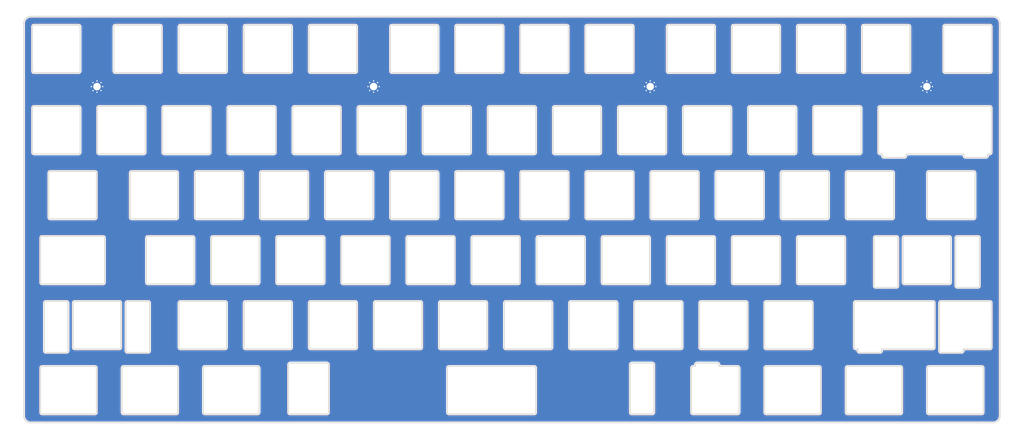
<source format=kicad_pcb>
(kicad_pcb (version 20171130) (host pcbnew "(5.1.4)-1")
  (layers (0 F.Cu signal) (31 B.Cu signal) (34 B.Paste user) (35 F.Paste user) (36 B.SilkS user) (37 F.SilkS user) (38 B.Mask user) (39 F.Mask user) (44 Edge.Cuts user))
  (net 0 "")
  (net 1 GND)
  (module MountingHole:MountingHole_2.2mm_M2_Pad_Via (layer F.Cu) (at 266.19875 40.611774)
    (fp_text reference H4 hide)
    (fp_text value M2)
    (pad 1 thru_hole circle (at 0 0) (size 4.4 4.4) (drill 2.2) (layers *.Cu *.Mask) (net 1 GND))
    (pad 1 thru_hole circle (at 1.65 0) (size 0.7 0.7) (drill 0.4) (layers *.Cu *.Mask) (net 1 GND))
    (pad 1 thru_hole circle (at 1.166726 1.166726) (size 0.7 0.7) (drill 0.4) (layers *.Cu *.Mask) (net 1 GND))
    (pad 1 thru_hole circle (at 0 1.65) (size 0.7 0.7) (drill 0.4) (layers *.Cu *.Mask) (net 1 GND))
    (pad 1 thru_hole circle (at -1.166726 1.166726) (size 0.7 0.7) (drill 0.4) (layers *.Cu *.Mask) (net 1 GND))
    (pad 1 thru_hole circle (at -1.65 0) (size 0.7 0.7) (drill 0.4) (layers *.Cu *.Mask) (net 1 GND))
    (pad 1 thru_hole circle (at -1.166726 -1.166726) (size 0.7 0.7) (drill 0.4) (layers *.Cu *.Mask) (net 1 GND))
    (pad 1 thru_hole circle (at 0 -1.65) (size 0.7 0.7) (drill 0.4) (layers *.Cu *.Mask) (net 1 GND))
    (pad 1 thru_hole circle (at 1.166726 -1.166726) (size 0.7 0.7) (drill 0.4) (layers *.Cu *.Mask) (net 1 GND))
  )
  (module MountingHole:MountingHole_2.2mm_M2_Pad_Via (layer F.Cu) (at 185.23625 40.611774)
    (fp_text reference H3 hide)
    (fp_text value M2)
    (pad 1 thru_hole circle (at 1.166726 -1.166726) (size 0.7 0.7) (drill 0.4) (layers *.Cu *.Mask) (net 1 GND))
    (pad 1 thru_hole circle (at 0 -1.65) (size 0.7 0.7) (drill 0.4) (layers *.Cu *.Mask) (net 1 GND))
    (pad 1 thru_hole circle (at -1.166726 -1.166726) (size 0.7 0.7) (drill 0.4) (layers *.Cu *.Mask) (net 1 GND))
    (pad 1 thru_hole circle (at -1.65 0) (size 0.7 0.7) (drill 0.4) (layers *.Cu *.Mask) (net 1 GND))
    (pad 1 thru_hole circle (at -1.166726 1.166726) (size 0.7 0.7) (drill 0.4) (layers *.Cu *.Mask) (net 1 GND))
    (pad 1 thru_hole circle (at 0 1.65) (size 0.7 0.7) (drill 0.4) (layers *.Cu *.Mask) (net 1 GND))
    (pad 1 thru_hole circle (at 1.166726 1.166726) (size 0.7 0.7) (drill 0.4) (layers *.Cu *.Mask) (net 1 GND))
    (pad 1 thru_hole circle (at 1.65 0) (size 0.7 0.7) (drill 0.4) (layers *.Cu *.Mask) (net 1 GND))
    (pad 1 thru_hole circle (at 0 0) (size 4.4 4.4) (drill 2.2) (layers *.Cu *.Mask) (net 1 GND))
  )
  (module MountingHole:MountingHole_2.2mm_M2_Pad_Via (layer F.Cu) (at 104.27375 40.611774)
    (fp_text reference H2 hide)
    (fp_text value M2)
    (pad 1 thru_hole circle (at 0 0) (size 4.4 4.4) (drill 2.2) (layers *.Cu *.Mask) (net 1 GND))
    (pad 1 thru_hole circle (at 1.65 0) (size 0.7 0.7) (drill 0.4) (layers *.Cu *.Mask) (net 1 GND))
    (pad 1 thru_hole circle (at 1.166726 1.166726) (size 0.7 0.7) (drill 0.4) (layers *.Cu *.Mask) (net 1 GND))
    (pad 1 thru_hole circle (at 0 1.65) (size 0.7 0.7) (drill 0.4) (layers *.Cu *.Mask) (net 1 GND))
    (pad 1 thru_hole circle (at -1.166726 1.166726) (size 0.7 0.7) (drill 0.4) (layers *.Cu *.Mask) (net 1 GND))
    (pad 1 thru_hole circle (at -1.65 0) (size 0.7 0.7) (drill 0.4) (layers *.Cu *.Mask) (net 1 GND))
    (pad 1 thru_hole circle (at -1.166726 -1.166726) (size 0.7 0.7) (drill 0.4) (layers *.Cu *.Mask) (net 1 GND))
    (pad 1 thru_hole circle (at 0 -1.65) (size 0.7 0.7) (drill 0.4) (layers *.Cu *.Mask) (net 1 GND))
    (pad 1 thru_hole circle (at 1.166726 -1.166726) (size 0.7 0.7) (drill 0.4) (layers *.Cu *.Mask) (net 1 GND))
  )
  (module MountingHole:MountingHole_2.2mm_M2_Pad_Via (layer F.Cu) (at 23.311251 40.611774)
    (fp_text reference H1 hide)
    (fp_text value M2)
    (pad 1 thru_hole circle (at 1.166726 -1.166726) (size 0.7 0.7) (drill 0.4) (layers *.Cu *.Mask) (net 1 GND))
    (pad 1 thru_hole circle (at 0 -1.65) (size 0.7 0.7) (drill 0.4) (layers *.Cu *.Mask) (net 1 GND))
    (pad 1 thru_hole circle (at -1.166726 -1.166726) (size 0.7 0.7) (drill 0.4) (layers *.Cu *.Mask) (net 1 GND))
    (pad 1 thru_hole circle (at -1.65 0) (size 0.7 0.7) (drill 0.4) (layers *.Cu *.Mask) (net 1 GND))
    (pad 1 thru_hole circle (at -1.166726 1.166726) (size 0.7 0.7) (drill 0.4) (layers *.Cu *.Mask) (net 1 GND))
    (pad 1 thru_hole circle (at 0 1.65) (size 0.7 0.7) (drill 0.4) (layers *.Cu *.Mask) (net 1 GND))
    (pad 1 thru_hole circle (at 1.166726 1.166726) (size 0.7 0.7) (drill 0.4) (layers *.Cu *.Mask) (net 1 GND))
    (pad 1 thru_hole circle (at 1.65 0) (size 0.7 0.7) (drill 0.4) (layers *.Cu *.Mask) (net 1 GND))
    (pad 1 thru_hole circle (at 0 0) (size 4.4 4.4) (drill 2.2) (layers *.Cu *.Mask) (net 1 GND))
  )
  (gr_line (start 104.130001 65.9285) (end 104.13 78.9285) (layer Edge.Cuts) (width 0.25))
  (gr_arc (start 103.630001 65.9285) (end 104.130001 65.9285) (angle -90) (layer Edge.Cuts) (width 0.25))
  (gr_line (start 90.63 65.4285) (end 103.630001 65.4285) (layer Edge.Cuts) (width 0.25))
  (gr_arc (start 90.63 65.9285) (end 90.63 65.4285) (angle -90) (layer Edge.Cuts) (width 0.25))
  (gr_line (start 90.13 78.9285) (end 90.130001 65.9285) (layer Edge.Cuts) (width 0.25))
  (gr_arc (start 90.63 78.928501) (end 90.13 78.9285) (angle -90) (layer Edge.Cuts) (width 0.25))
  (gr_line (start 103.630001 79.4285) (end 90.63 79.428501) (layer Edge.Cuts) (width 0.25))
  (gr_arc (start 103.63 78.928501) (end 103.630001 79.4285) (angle -90) (layer Edge.Cuts) (width 0.25))
  (gr_arc (start 147.78 78.9285) (end 147.28 78.9285) (angle -90) (layer Edge.Cuts) (width 0.25))
  (gr_line (start 147.28 65.9285) (end 147.28 78.9285) (layer Edge.Cuts) (width 0.25))
  (gr_arc (start 147.78 65.9285) (end 147.78 65.4285) (angle -90) (layer Edge.Cuts) (width 0.25))
  (gr_line (start 160.78 65.4285) (end 147.78 65.4285) (layer Edge.Cuts) (width 0.25))
  (gr_arc (start 160.78 65.9285) (end 161.28 65.9285) (angle -90) (layer Edge.Cuts) (width 0.25))
  (gr_line (start 161.28 78.9285) (end 161.28 65.9285) (layer Edge.Cuts) (width 0.25))
  (gr_arc (start 160.78 78.9285) (end 160.78 79.4285) (angle -90) (layer Edge.Cuts) (width 0.25))
  (gr_line (start 147.78 79.4285) (end 160.78 79.4285) (layer Edge.Cuts) (width 0.25))
  (gr_arc (start 141.73 65.9285) (end 142.23 65.9285) (angle -90) (layer Edge.Cuts) (width 0.25))
  (gr_line (start 142.23 78.9285) (end 142.23 65.9285) (layer Edge.Cuts) (width 0.25))
  (gr_arc (start 141.73 78.9285) (end 141.73 79.4285) (angle -90) (layer Edge.Cuts) (width 0.25))
  (gr_line (start 128.730001 79.428501) (end 141.73 79.4285) (layer Edge.Cuts) (width 0.25))
  (gr_arc (start 128.73 78.928501) (end 128.23 78.9285) (angle -90) (layer Edge.Cuts) (width 0.25))
  (gr_line (start 128.230001 65.9285) (end 128.23 78.9285) (layer Edge.Cuts) (width 0.25))
  (gr_arc (start 128.730001 65.9285) (end 128.730001 65.4285) (angle -90) (layer Edge.Cuts) (width 0.25))
  (gr_line (start 141.73 65.4285) (end 128.730001 65.4285) (layer Edge.Cuts) (width 0.25))
  (gr_arc (start 266.842499 65.9285) (end 266.8425 65.4285) (angle -90) (layer Edge.Cuts) (width 0.25))
  (gr_line (start 279.8425 65.4285) (end 266.8425 65.4285) (layer Edge.Cuts) (width 0.25))
  (gr_arc (start 279.8425 65.9285) (end 280.3425 65.9285) (angle -90) (layer Edge.Cuts) (width 0.25))
  (gr_line (start 280.3425 78.9285) (end 280.3425 65.9285) (layer Edge.Cuts) (width 0.25))
  (gr_arc (start 279.8425 78.928501) (end 279.8425 79.4285) (angle -90) (layer Edge.Cuts) (width 0.25))
  (gr_line (start 266.8425 79.4285) (end 279.8425 79.4285) (layer Edge.Cuts) (width 0.25))
  (gr_arc (start 266.842499 78.9285) (end 266.342499 78.9285) (angle -90) (layer Edge.Cuts) (width 0.25))
  (gr_line (start 266.342499 65.9285) (end 266.342499 78.9285) (layer Edge.Cuts) (width 0.25))
  (gr_line (start 185.88 65.4285) (end 198.88 65.4285) (layer Edge.Cuts) (width 0.25))
  (gr_arc (start 185.88 65.9285) (end 185.88 65.4285) (angle -90) (layer Edge.Cuts) (width 0.25))
  (gr_line (start 185.38 78.9285) (end 185.38 65.9285) (layer Edge.Cuts) (width 0.25))
  (gr_arc (start 185.88 78.928501) (end 185.38 78.9285) (angle -90) (layer Edge.Cuts) (width 0.25))
  (gr_line (start 198.88 79.4285) (end 185.88 79.428501) (layer Edge.Cuts) (width 0.25))
  (gr_arc (start 198.88 78.9285) (end 198.88 79.4285) (angle -90) (layer Edge.Cuts) (width 0.25))
  (gr_line (start 199.38 65.9285) (end 199.38 78.9285) (layer Edge.Cuts) (width 0.25))
  (gr_arc (start 198.88 65.9285) (end 199.38 65.9285) (angle -90) (layer Edge.Cuts) (width 0.25))
  (gr_line (start 185.0925 84.9785) (end 185.0925 97.978499) (layer Edge.Cuts) (width 0.25))
  (gr_arc (start 184.5925 84.9785) (end 185.0925 84.9785) (angle -90) (layer Edge.Cuts) (width 0.25))
  (gr_line (start 171.5925 84.4785) (end 184.5925 84.4785) (layer Edge.Cuts) (width 0.25))
  (gr_arc (start 171.5925 84.9785) (end 171.5925 84.4785) (angle -90) (layer Edge.Cuts) (width 0.25))
  (gr_line (start 171.0925 97.978499) (end 171.0925 84.9785) (layer Edge.Cuts) (width 0.25))
  (gr_arc (start 171.5925 97.978499) (end 171.0925 97.978499) (angle -90) (layer Edge.Cuts) (width 0.25))
  (gr_line (start 184.5925 98.478499) (end 171.5925 98.478499) (layer Edge.Cuts) (width 0.25))
  (gr_arc (start 184.5925 97.978499) (end 184.5925 98.478499) (angle -90) (layer Edge.Cuts) (width 0.25))
  (gr_arc (start 179.829999 65.9285) (end 180.329999 65.9285) (angle -90) (layer Edge.Cuts) (width 0.25))
  (gr_line (start 180.329999 78.9285) (end 180.329999 65.9285) (layer Edge.Cuts) (width 0.25))
  (gr_arc (start 179.829999 78.9285) (end 179.829999 79.4285) (angle -90) (layer Edge.Cuts) (width 0.25))
  (gr_line (start 166.83 79.4285) (end 179.829999 79.4285) (layer Edge.Cuts) (width 0.25))
  (gr_arc (start 166.83 78.9285) (end 166.33 78.9285) (angle -90) (layer Edge.Cuts) (width 0.25))
  (gr_line (start 166.33 65.9285) (end 166.33 78.9285) (layer Edge.Cuts) (width 0.25))
  (gr_arc (start 166.83 65.9285) (end 166.83 65.4285) (angle -90) (layer Edge.Cuts) (width 0.25))
  (gr_line (start 179.829999 65.4285) (end 166.83 65.4285) (layer Edge.Cuts) (width 0.25))
  (gr_arc (start 38.2425 84.9785) (end 38.2425 84.4785) (angle -90) (layer Edge.Cuts) (width 0.25))
  (gr_line (start 51.242501 84.4785) (end 38.2425 84.4785) (layer Edge.Cuts) (width 0.25))
  (gr_arc (start 51.2425 84.9785) (end 51.7425 84.9785) (angle -90) (layer Edge.Cuts) (width 0.25))
  (gr_line (start 51.742501 97.978499) (end 51.7425 84.9785) (layer Edge.Cuts) (width 0.25))
  (gr_arc (start 51.2425 97.978499) (end 51.2425 98.478499) (angle -90) (layer Edge.Cuts) (width 0.25))
  (gr_line (start 38.2425 98.478499) (end 51.2425 98.478499) (layer Edge.Cuts) (width 0.25))
  (gr_arc (start 38.2425 97.978499) (end 37.7425 97.978499) (angle -90) (layer Edge.Cuts) (width 0.25))
  (gr_line (start 37.7425 84.9785) (end 37.7425 97.978499) (layer Edge.Cuts) (width 0.25))
  (gr_line (start 252.555 46.3785) (end 284.605 46.3785) (layer Edge.Cuts) (width 0.25))
  (gr_arc (start 252.555 46.8785) (end 252.555 46.3785) (angle -90) (layer Edge.Cuts) (width 0.25))
  (gr_line (start 252.055 59.8785) (end 252.055 46.8785) (layer Edge.Cuts) (width 0.25))
  (gr_arc (start 252.555 59.8785) (end 252.055 59.8785) (angle -90) (layer Edge.Cuts) (width 0.25))
  (gr_line (start 253.142 60.3785) (end 252.555 60.3785) (layer Edge.Cuts) (width 0.25))
  (gr_line (start 253.142 60.8785) (end 253.142 60.3785) (layer Edge.Cuts) (width 0.25))
  (gr_arc (start 253.642 60.8785) (end 253.142 60.8785) (angle -90) (layer Edge.Cuts) (width 0.25))
  (gr_line (start 259.642 61.3785) (end 253.642 61.3785) (layer Edge.Cuts) (width 0.25))
  (gr_arc (start 259.642 60.8785) (end 259.642 61.3785) (angle -90) (layer Edge.Cuts) (width 0.25))
  (gr_line (start 260.142 60.3785) (end 260.142 60.8785) (layer Edge.Cuts) (width 0.25))
  (gr_line (start 277.018 60.3785) (end 260.142 60.3785) (layer Edge.Cuts) (width 0.25))
  (gr_line (start 277.018 60.8785) (end 277.018 60.3785) (layer Edge.Cuts) (width 0.25))
  (gr_arc (start 277.518 60.8785) (end 277.018 60.8785) (angle -90) (layer Edge.Cuts) (width 0.25))
  (gr_line (start 283.517999 61.3785) (end 277.518 61.3785) (layer Edge.Cuts) (width 0.25))
  (gr_arc (start 283.517999 60.8785) (end 283.517999 61.3785) (angle -90) (layer Edge.Cuts) (width 0.25))
  (gr_line (start 284.017999 60.3785) (end 284.017999 60.8785) (layer Edge.Cuts) (width 0.25))
  (gr_line (start 284.605 60.3785) (end 284.017999 60.3785) (layer Edge.Cuts) (width 0.25))
  (gr_arc (start 284.605 59.8785) (end 284.605 60.3785) (angle -90) (layer Edge.Cuts) (width 0.25))
  (gr_line (start 285.105 46.8785) (end 285.105 59.8785) (layer Edge.Cuts) (width 0.25))
  (gr_arc (start 284.605 46.8785) (end 285.105 46.8785) (angle -90) (layer Edge.Cuts) (width 0.25))
  (gr_arc (start 256.03 78.9285) (end 256.03 79.4285) (angle -90) (layer Edge.Cuts) (width 0.25))
  (gr_line (start 243.03 79.4285) (end 256.03 79.4285) (layer Edge.Cuts) (width 0.25))
  (gr_arc (start 243.03 78.9285) (end 242.53 78.9285) (angle -90) (layer Edge.Cuts) (width 0.25))
  (gr_line (start 242.53 65.9285) (end 242.53 78.9285) (layer Edge.Cuts) (width 0.25))
  (gr_arc (start 243.03 65.9285) (end 243.03 65.4285) (angle -90) (layer Edge.Cuts) (width 0.25))
  (gr_line (start 256.03 65.4285) (end 243.03 65.4285) (layer Edge.Cuts) (width 0.25))
  (gr_arc (start 256.03 65.9285) (end 256.53 65.9285) (angle -90) (layer Edge.Cuts) (width 0.25))
  (gr_line (start 256.53 78.9285) (end 256.53 65.9285) (layer Edge.Cuts) (width 0.25))
  (gr_line (start 237.48 65.9285) (end 237.48 78.9285) (layer Edge.Cuts) (width 0.25))
  (gr_arc (start 236.98 65.9285) (end 237.48 65.9285) (angle -90) (layer Edge.Cuts) (width 0.25))
  (gr_line (start 223.98 65.4285) (end 236.98 65.4285) (layer Edge.Cuts) (width 0.25))
  (gr_arc (start 223.98 65.9285) (end 223.98 65.4285) (angle -90) (layer Edge.Cuts) (width 0.25))
  (gr_line (start 223.48 78.9285) (end 223.48 65.9285) (layer Edge.Cuts) (width 0.25))
  (gr_arc (start 223.98 78.928501) (end 223.48 78.9285) (angle -90) (layer Edge.Cuts) (width 0.25))
  (gr_line (start 236.98 79.4285) (end 223.98 79.428501) (layer Edge.Cuts) (width 0.25))
  (gr_arc (start 236.98 78.9285) (end 236.98 79.4285) (angle -90) (layer Edge.Cuts) (width 0.25))
  (gr_line (start 22.667501 79.4285) (end 9.6675 79.428501) (layer Edge.Cuts) (width 0.25))
  (gr_arc (start 22.6675 78.928501) (end 22.667501 79.4285) (angle -90) (layer Edge.Cuts) (width 0.25))
  (gr_line (start 23.1675 65.9285) (end 23.1675 78.9285) (layer Edge.Cuts) (width 0.25))
  (gr_arc (start 22.667501 65.9285) (end 23.1675 65.9285) (angle -90) (layer Edge.Cuts) (width 0.25))
  (gr_line (start 9.6675 65.4285) (end 22.6675 65.4285) (layer Edge.Cuts) (width 0.25))
  (gr_arc (start 9.6675 65.9285) (end 9.6675 65.4285) (angle -90) (layer Edge.Cuts) (width 0.25))
  (gr_line (start 9.1675 78.9285) (end 9.1675 65.9285) (layer Edge.Cuts) (width 0.25))
  (gr_arc (start 9.667501 78.9285) (end 9.1675 78.9285) (angle -90) (layer Edge.Cuts) (width 0.25))
  (gr_arc (start 84.580001 78.9285) (end 84.580001 79.4285) (angle -90) (layer Edge.Cuts) (width 0.25))
  (gr_line (start 71.580001 79.4285) (end 84.580001 79.4285) (layer Edge.Cuts) (width 0.25))
  (gr_arc (start 71.580001 78.9285) (end 71.080001 78.9285) (angle -90) (layer Edge.Cuts) (width 0.25))
  (gr_line (start 71.080001 65.9285) (end 71.080001 78.9285) (layer Edge.Cuts) (width 0.25))
  (gr_arc (start 71.580001 65.9285) (end 71.580001 65.4285) (angle -90) (layer Edge.Cuts) (width 0.25))
  (gr_line (start 84.580001 65.4285) (end 71.580001 65.4285) (layer Edge.Cuts) (width 0.25))
  (gr_arc (start 84.580001 65.9285) (end 85.080001 65.9285) (angle -90) (layer Edge.Cuts) (width 0.25))
  (gr_line (start 85.080001 78.9285) (end 85.080001 65.9285) (layer Edge.Cuts) (width 0.25))
  (gr_arc (start 109.68 65.9285) (end 109.680001 65.4285) (angle -90) (layer Edge.Cuts) (width 0.25))
  (gr_line (start 122.68 65.4285) (end 109.680001 65.4285) (layer Edge.Cuts) (width 0.25))
  (gr_arc (start 122.68 65.9285) (end 123.180001 65.9285) (angle -90) (layer Edge.Cuts) (width 0.25))
  (gr_line (start 123.180001 78.9285) (end 123.180001 65.9285) (layer Edge.Cuts) (width 0.25))
  (gr_arc (start 122.680001 78.9285) (end 122.68 79.4285) (angle -90) (layer Edge.Cuts) (width 0.25))
  (gr_line (start 109.680001 79.428501) (end 122.68 79.4285) (layer Edge.Cuts) (width 0.25))
  (gr_arc (start 109.680001 78.9285) (end 109.18 78.9285) (angle -90) (layer Edge.Cuts) (width 0.25))
  (gr_line (start 109.18 65.9285) (end 109.18 78.9285) (layer Edge.Cuts) (width 0.25))
  (gr_line (start 204.43 78.9285) (end 204.43 65.9285) (layer Edge.Cuts) (width 0.25))
  (gr_arc (start 204.93 78.928501) (end 204.43 78.9285) (angle -90) (layer Edge.Cuts) (width 0.25))
  (gr_line (start 217.93 79.4285) (end 204.93 79.428501) (layer Edge.Cuts) (width 0.25))
  (gr_arc (start 217.93 78.928501) (end 217.93 79.4285) (angle -90) (layer Edge.Cuts) (width 0.25))
  (gr_line (start 218.43 65.9285) (end 218.43 78.9285) (layer Edge.Cuts) (width 0.25))
  (gr_arc (start 217.93 65.9285) (end 218.43 65.9285) (angle -90) (layer Edge.Cuts) (width 0.25))
  (gr_line (start 204.93 65.4285) (end 217.93 65.4285) (layer Edge.Cuts) (width 0.25))
  (gr_arc (start 204.93 65.9285) (end 204.93 65.4285) (angle -90) (layer Edge.Cuts) (width 0.25))
  (gr_arc (start 146.4925 97.978499) (end 146.4925 98.478499) (angle -90) (layer Edge.Cuts) (width 0.25))
  (gr_line (start 133.492501 98.478499) (end 146.4925 98.478499) (layer Edge.Cuts) (width 0.25))
  (gr_arc (start 133.492501 97.978499) (end 132.992501 97.978499) (angle -90) (layer Edge.Cuts) (width 0.25))
  (gr_line (start 132.992501 84.9785) (end 132.992501 97.978499) (layer Edge.Cuts) (width 0.25))
  (gr_arc (start 133.492501 84.9785) (end 133.492501 84.4785) (angle -90) (layer Edge.Cuts) (width 0.25))
  (gr_line (start 146.4925 84.4785) (end 133.492501 84.4785) (layer Edge.Cuts) (width 0.25))
  (gr_arc (start 146.4925 84.9785) (end 146.9925 84.9785) (angle -90) (layer Edge.Cuts) (width 0.25))
  (gr_line (start 146.9925 97.978499) (end 146.9925 84.9785) (layer Edge.Cuts) (width 0.25))
  (gr_arc (start 25.048751 97.978499) (end 25.04875 98.478499) (angle -90) (layer Edge.Cuts) (width 0.25))
  (gr_line (start 7.28625 98.478499) (end 25.04875 98.478499) (layer Edge.Cuts) (width 0.25))
  (gr_arc (start 7.28625 97.978499) (end 6.78625 97.978499) (angle -90) (layer Edge.Cuts) (width 0.25))
  (gr_line (start 6.78625 84.9785) (end 6.78625 97.978499) (layer Edge.Cuts) (width 0.25))
  (gr_arc (start 7.28625 84.9785) (end 7.28625 84.4785) (angle -90) (layer Edge.Cuts) (width 0.25))
  (gr_line (start 25.04875 84.4785) (end 7.28625 84.4785) (layer Edge.Cuts) (width 0.25))
  (gr_arc (start 25.048751 84.9785) (end 25.54875 84.9785) (angle -90) (layer Edge.Cuts) (width 0.25))
  (gr_line (start 25.54875 97.978499) (end 25.54875 84.9785) (layer Edge.Cuts) (width 0.25))
  (gr_arc (start 165.5425 97.978499) (end 165.5425 98.478499) (angle -90) (layer Edge.Cuts) (width 0.25))
  (gr_line (start 152.5425 98.478499) (end 165.5425 98.478499) (layer Edge.Cuts) (width 0.25))
  (gr_arc (start 152.542499 97.978499) (end 152.042499 97.978499) (angle -90) (layer Edge.Cuts) (width 0.25))
  (gr_line (start 152.042499 84.9785) (end 152.042499 97.978499) (layer Edge.Cuts) (width 0.25))
  (gr_arc (start 152.542499 84.9785) (end 152.5425 84.4785) (angle -90) (layer Edge.Cuts) (width 0.25))
  (gr_line (start 165.5425 84.4785) (end 152.5425 84.4785) (layer Edge.Cuts) (width 0.25))
  (gr_arc (start 165.5425 84.9785) (end 166.0425 84.9785) (angle -90) (layer Edge.Cuts) (width 0.25))
  (gr_line (start 166.0425 97.978499) (end 166.0425 84.9785) (layer Edge.Cuts) (width 0.25))
  (gr_arc (start 70.2925 97.978499) (end 70.2925 98.478499) (angle -90) (layer Edge.Cuts) (width 0.25))
  (gr_line (start 57.292501 98.478499) (end 70.2925 98.478499) (layer Edge.Cuts) (width 0.25))
  (gr_arc (start 57.2925 97.978499) (end 56.7925 97.978499) (angle -90) (layer Edge.Cuts) (width 0.25))
  (gr_line (start 56.7925 84.9785) (end 56.7925 97.978499) (layer Edge.Cuts) (width 0.25))
  (gr_arc (start 57.2925 84.9785) (end 57.2925 84.4785) (angle -90) (layer Edge.Cuts) (width 0.25))
  (gr_line (start 70.2925 84.4785) (end 57.2925 84.4785) (layer Edge.Cuts) (width 0.25))
  (gr_arc (start 70.2925 84.9785) (end 70.7925 84.9785) (angle -90) (layer Edge.Cuts) (width 0.25))
  (gr_line (start 70.7925 97.978499) (end 70.7925 84.9785) (layer Edge.Cuts) (width 0.25))
  (gr_arc (start 79.848751 122.078499) (end 79.848751 121.578499) (angle -90) (layer Edge.Cuts) (width 0.25))
  (gr_line (start 90.605 121.578499) (end 79.848751 121.578499) (layer Edge.Cuts) (width 0.25))
  (gr_arc (start 90.605001 122.078499) (end 91.105001 122.078499) (angle -90) (layer Edge.Cuts) (width 0.25))
  (gr_line (start 91.105001 136.078499) (end 91.105001 122.078499) (layer Edge.Cuts) (width 0.25))
  (gr_arc (start 90.605001 136.0785) (end 90.605 136.578499) (angle -90) (layer Edge.Cuts) (width 0.25))
  (gr_line (start 79.848751 136.578499) (end 90.605 136.578499) (layer Edge.Cuts) (width 0.25))
  (gr_arc (start 79.84875 136.078499) (end 79.34875 136.078499) (angle -90) (layer Edge.Cuts) (width 0.25))
  (gr_line (start 79.34875 122.078499) (end 79.34875 136.078499) (layer Edge.Cuts) (width 0.25))
  (gr_arc (start 243.03 136.078499) (end 242.53 136.078499) (angle -90) (layer Edge.Cuts) (width 0.25))
  (gr_line (start 242.53 123.078499) (end 242.53 136.078499) (layer Edge.Cuts) (width 0.25))
  (gr_arc (start 243.03 123.078499) (end 243.03 122.578499) (angle -90) (layer Edge.Cuts) (width 0.25))
  (gr_line (start 258.41125 122.578499) (end 243.03 122.578499) (layer Edge.Cuts) (width 0.25))
  (gr_arc (start 258.41125 123.078499) (end 258.91125 123.078499) (angle -90) (layer Edge.Cuts) (width 0.25))
  (gr_line (start 258.91125 136.078499) (end 258.91125 123.078499) (layer Edge.Cuts) (width 0.25))
  (gr_arc (start 258.41125 136.078499) (end 258.41125 136.578499) (angle -90) (layer Edge.Cuts) (width 0.25))
  (gr_line (start 243.03 136.578499) (end 258.41125 136.578499) (layer Edge.Cuts) (width 0.25))
  (gr_arc (start 14.373251 104.0285) (end 14.873251 104.028499) (angle -90) (layer Edge.Cuts) (width 0.25))
  (gr_line (start 14.87325 118.028499) (end 14.873251 104.028499) (layer Edge.Cuts) (width 0.25))
  (gr_arc (start 14.37325 118.028499) (end 14.37325 118.528499) (angle -90) (layer Edge.Cuts) (width 0.25))
  (gr_line (start 8.373251 118.528499) (end 14.37325 118.528499) (layer Edge.Cuts) (width 0.25))
  (gr_arc (start 8.373251 118.028499) (end 7.87325 118.028499) (angle -90) (layer Edge.Cuts) (width 0.25))
  (gr_line (start 7.87325 104.028499) (end 7.87325 118.028499) (layer Edge.Cuts) (width 0.25))
  (gr_arc (start 8.373251 104.0285) (end 8.373251 103.528499) (angle -90) (layer Edge.Cuts) (width 0.25))
  (gr_line (start 14.37325 103.528499) (end 8.373251 103.528499) (layer Edge.Cuts) (width 0.25))
  (gr_line (start 282.22375 136.578499) (end 266.8425 136.5785) (layer Edge.Cuts) (width 0.25))
  (gr_arc (start 282.22375 136.078499) (end 282.22375 136.578499) (angle -90) (layer Edge.Cuts) (width 0.25))
  (gr_line (start 282.72375 123.078499) (end 282.72375 136.078499) (layer Edge.Cuts) (width 0.25))
  (gr_arc (start 282.22375 123.078499) (end 282.72375 123.078499) (angle -90) (layer Edge.Cuts) (width 0.25))
  (gr_line (start 266.8425 122.578499) (end 282.22375 122.578499) (layer Edge.Cuts) (width 0.25))
  (gr_arc (start 266.842499 123.0785) (end 266.8425 122.578499) (angle -90) (layer Edge.Cuts) (width 0.25))
  (gr_line (start 266.342499 136.078499) (end 266.342499 123.078499) (layer Edge.Cuts) (width 0.25))
  (gr_arc (start 266.842499 136.078499) (end 266.342499 136.078499) (angle -90) (layer Edge.Cuts) (width 0.25))
  (gr_line (start 136.967501 117.5285) (end 123.967501 117.5285) (layer Edge.Cuts) (width 0.25))
  (gr_arc (start 136.967501 117.028499) (end 136.967501 117.5285) (angle -90) (layer Edge.Cuts) (width 0.25))
  (gr_line (start 137.467501 104.028499) (end 137.467501 117.028499) (layer Edge.Cuts) (width 0.25))
  (gr_arc (start 136.967501 104.028499) (end 137.467501 104.028499) (angle -90) (layer Edge.Cuts) (width 0.25))
  (gr_line (start 123.967501 103.528499) (end 136.967501 103.528499) (layer Edge.Cuts) (width 0.25))
  (gr_arc (start 123.967501 104.028499) (end 123.967501 103.528499) (angle -90) (layer Edge.Cuts) (width 0.25))
  (gr_line (start 123.467501 117.028499) (end 123.467501 104.028499) (layer Edge.Cuts) (width 0.25))
  (gr_arc (start 123.967501 117.028499) (end 123.467501 117.028499) (angle -90) (layer Edge.Cuts) (width 0.25))
  (gr_line (start 104.4175 117.028499) (end 104.4175 104.028499) (layer Edge.Cuts) (width 0.25))
  (gr_arc (start 104.9175 117.028499) (end 104.4175 117.028499) (angle -90) (layer Edge.Cuts) (width 0.25))
  (gr_line (start 117.9175 117.5285) (end 104.917501 117.528499) (layer Edge.Cuts) (width 0.25))
  (gr_arc (start 117.9175 117.028499) (end 117.9175 117.5285) (angle -90) (layer Edge.Cuts) (width 0.25))
  (gr_line (start 118.417501 104.028499) (end 118.417501 117.028499) (layer Edge.Cuts) (width 0.25))
  (gr_arc (start 117.9175 104.028499) (end 118.417501 104.028499) (angle -90) (layer Edge.Cuts) (width 0.25))
  (gr_line (start 104.917501 103.528499) (end 117.9175 103.528499) (layer Edge.Cuts) (width 0.25))
  (gr_arc (start 104.9175 104.028499) (end 104.917501 103.528499) (angle -90) (layer Edge.Cuts) (width 0.25))
  (gr_arc (start 143.0175 104.028499) (end 143.0175 103.528499) (angle -90) (layer Edge.Cuts) (width 0.25))
  (gr_line (start 156.0175 103.528499) (end 143.0175 103.528499) (layer Edge.Cuts) (width 0.25))
  (gr_arc (start 156.0175 104.028499) (end 156.5175 104.028499) (angle -90) (layer Edge.Cuts) (width 0.25))
  (gr_line (start 156.5175 117.028499) (end 156.5175 104.028499) (layer Edge.Cuts) (width 0.25))
  (gr_arc (start 156.0175 117.028499) (end 156.0175 117.5285) (angle -90) (layer Edge.Cuts) (width 0.25))
  (gr_line (start 143.0175 117.5285) (end 156.0175 117.5285) (layer Edge.Cuts) (width 0.25))
  (gr_arc (start 143.0175 117.028499) (end 142.5175 117.028499) (angle -90) (layer Edge.Cuts) (width 0.25))
  (gr_line (start 142.5175 104.028499) (end 142.5175 117.028499) (layer Edge.Cuts) (width 0.25))
  (gr_line (start 85.8675 103.528499) (end 98.8675 103.528499) (layer Edge.Cuts) (width 0.25))
  (gr_arc (start 85.8675 104.028499) (end 85.8675 103.528499) (angle -90) (layer Edge.Cuts) (width 0.25))
  (gr_line (start 85.3675 117.028499) (end 85.3675 104.028499) (layer Edge.Cuts) (width 0.25))
  (gr_arc (start 85.8675 117.028499) (end 85.3675 117.028499) (angle -90) (layer Edge.Cuts) (width 0.25))
  (gr_line (start 98.8675 117.5285) (end 85.8675 117.528499) (layer Edge.Cuts) (width 0.25))
  (gr_arc (start 98.867501 117.028499) (end 98.8675 117.5285) (angle -90) (layer Edge.Cuts) (width 0.25))
  (gr_line (start 99.367501 104.028499) (end 99.367501 117.028499) (layer Edge.Cuts) (width 0.25))
  (gr_arc (start 98.867501 104.028499) (end 99.367501 104.028499) (angle -90) (layer Edge.Cuts) (width 0.25))
  (gr_line (start 47.2675 117.028499) (end 47.2675 104.028499) (layer Edge.Cuts) (width 0.25))
  (gr_arc (start 47.7675 117.028499) (end 47.2675 117.028499) (angle -90) (layer Edge.Cuts) (width 0.25))
  (gr_line (start 60.7675 117.5285) (end 47.767501 117.528499) (layer Edge.Cuts) (width 0.25))
  (gr_arc (start 60.7675 117.028499) (end 60.7675 117.5285) (angle -90) (layer Edge.Cuts) (width 0.25))
  (gr_line (start 61.2675 104.028499) (end 61.267501 117.028499) (layer Edge.Cuts) (width 0.25))
  (gr_arc (start 60.7675 104.028499) (end 61.2675 104.028499) (angle -90) (layer Edge.Cuts) (width 0.25))
  (gr_line (start 47.7675 103.528499) (end 60.767501 103.528499) (layer Edge.Cuts) (width 0.25))
  (gr_arc (start 47.767501 104.0285) (end 47.7675 103.528499) (angle -90) (layer Edge.Cuts) (width 0.25))
  (gr_arc (start 32.24925 104.028499) (end 32.24925 103.528499) (angle -90) (layer Edge.Cuts) (width 0.25))
  (gr_line (start 38.249251 103.528499) (end 32.24925 103.528499) (layer Edge.Cuts) (width 0.25))
  (gr_arc (start 38.24925 104.028499) (end 38.74925 104.028499) (angle -90) (layer Edge.Cuts) (width 0.25))
  (gr_line (start 38.749251 118.028499) (end 38.74925 104.028499) (layer Edge.Cuts) (width 0.25))
  (gr_arc (start 38.24925 118.028499) (end 38.24925 118.528499) (angle -90) (layer Edge.Cuts) (width 0.25))
  (gr_line (start 32.24925 118.528499) (end 38.24925 118.528499) (layer Edge.Cuts) (width 0.25))
  (gr_arc (start 32.24925 118.0285) (end 31.74925 118.028499) (angle -90) (layer Edge.Cuts) (width 0.25))
  (gr_line (start 31.74925 104.028499) (end 31.74925 118.028499) (layer Edge.Cuts) (width 0.25))
  (gr_arc (start 66.8175 117.0285) (end 66.3175 117.028499) (angle -90) (layer Edge.Cuts) (width 0.25))
  (gr_line (start 66.3175 104.028499) (end 66.3175 117.028499) (layer Edge.Cuts) (width 0.25))
  (gr_arc (start 66.8175 104.028499) (end 66.8175 103.528499) (angle -90) (layer Edge.Cuts) (width 0.25))
  (gr_line (start 79.8175 103.528499) (end 66.8175 103.528499) (layer Edge.Cuts) (width 0.25))
  (gr_arc (start 79.817501 104.028499) (end 80.317501 104.028499) (angle -90) (layer Edge.Cuts) (width 0.25))
  (gr_line (start 80.317501 117.028499) (end 80.317501 104.028499) (layer Edge.Cuts) (width 0.25))
  (gr_arc (start 79.817501 117.028499) (end 79.8175 117.5285) (angle -90) (layer Edge.Cuts) (width 0.25))
  (gr_line (start 66.8175 117.5285) (end 79.8175 117.5285) (layer Edge.Cuts) (width 0.25))
  (gr_line (start 200.167499 103.528499) (end 213.1675 103.528499) (layer Edge.Cuts) (width 0.25))
  (gr_arc (start 200.167499 104.028499) (end 200.167499 103.528499) (angle -90) (layer Edge.Cuts) (width 0.25))
  (gr_line (start 199.667499 117.028499) (end 199.667499 104.028499) (layer Edge.Cuts) (width 0.25))
  (gr_arc (start 200.167499 117.028499) (end 199.667499 117.028499) (angle -90) (layer Edge.Cuts) (width 0.25))
  (gr_line (start 213.1675 117.5285) (end 200.167499 117.528499) (layer Edge.Cuts) (width 0.25))
  (gr_arc (start 213.1675 117.028499) (end 213.1675 117.5285) (angle -90) (layer Edge.Cuts) (width 0.25))
  (gr_line (start 213.6675 104.028499) (end 213.6675 117.028499) (layer Edge.Cuts) (width 0.25))
  (gr_arc (start 213.1675 104.028499) (end 213.6675 104.028499) (angle -90) (layer Edge.Cuts) (width 0.25))
  (gr_line (start 161.5675 117.028499) (end 161.5675 104.028499) (layer Edge.Cuts) (width 0.25))
  (gr_arc (start 162.0675 117.028499) (end 161.5675 117.028499) (angle -90) (layer Edge.Cuts) (width 0.25))
  (gr_line (start 175.0675 117.5285) (end 162.0675 117.528499) (layer Edge.Cuts) (width 0.25))
  (gr_arc (start 175.0675 117.028499) (end 175.0675 117.5285) (angle -90) (layer Edge.Cuts) (width 0.25))
  (gr_line (start 175.5675 104.028499) (end 175.5675 117.028499) (layer Edge.Cuts) (width 0.25))
  (gr_arc (start 175.0675 104.028499) (end 175.5675 104.028499) (angle -90) (layer Edge.Cuts) (width 0.25))
  (gr_line (start 162.0675 103.528499) (end 175.0675 103.528499) (layer Edge.Cuts) (width 0.25))
  (gr_arc (start 162.0675 104.028499) (end 162.0675 103.528499) (angle -90) (layer Edge.Cuts) (width 0.25))
  (gr_arc (start 70.2925 123.078499) (end 70.7925 123.078499) (angle -90) (layer Edge.Cuts) (width 0.25))
  (gr_line (start 70.7925 136.078499) (end 70.7925 123.078499) (layer Edge.Cuts) (width 0.25))
  (gr_arc (start 70.292501 136.0785) (end 70.2925 136.578499) (angle -90) (layer Edge.Cuts) (width 0.25))
  (gr_line (start 54.91125 136.578499) (end 70.2925 136.578499) (layer Edge.Cuts) (width 0.25))
  (gr_arc (start 54.91125 136.0785) (end 54.41125 136.078499) (angle -90) (layer Edge.Cuts) (width 0.25))
  (gr_line (start 54.41125 123.078499) (end 54.41125 136.078499) (layer Edge.Cuts) (width 0.25))
  (gr_arc (start 54.911251 123.0785) (end 54.91125 122.578499) (angle -90) (layer Edge.Cuts) (width 0.25))
  (gr_line (start 70.2925 122.578499) (end 54.91125 122.578499) (layer Edge.Cuts) (width 0.25))
  (gr_line (start 232.7175 104.028499) (end 232.7175 117.028499) (layer Edge.Cuts) (width 0.25))
  (gr_arc (start 232.2175 104.028499) (end 232.7175 104.028499) (angle -90) (layer Edge.Cuts) (width 0.25))
  (gr_line (start 219.2175 103.528499) (end 232.2175 103.528499) (layer Edge.Cuts) (width 0.25))
  (gr_arc (start 219.2175 104.028499) (end 219.2175 103.528499) (angle -90) (layer Edge.Cuts) (width 0.25))
  (gr_line (start 218.7175 117.028499) (end 218.7175 104.028499) (layer Edge.Cuts) (width 0.25))
  (gr_arc (start 219.2175 117.028499) (end 218.7175 117.028499) (angle -90) (layer Edge.Cuts) (width 0.25))
  (gr_line (start 232.2175 117.5285) (end 219.2175 117.528499) (layer Edge.Cuts) (width 0.25))
  (gr_arc (start 232.2175 117.028499) (end 232.2175 117.5285) (angle -90) (layer Edge.Cuts) (width 0.25))
  (gr_line (start 245.41125 103.528499) (end 267.93625 103.528499) (layer Edge.Cuts) (width 0.25))
  (gr_arc (start 245.41125 104.028499) (end 245.41125 103.528499) (angle -90) (layer Edge.Cuts) (width 0.25))
  (gr_line (start 244.91125 117.028499) (end 244.91125 104.028499) (layer Edge.Cuts) (width 0.25))
  (gr_arc (start 245.41125 117.028499) (end 244.91125 117.028499) (angle -90) (layer Edge.Cuts) (width 0.25))
  (gr_line (start 245.99825 117.5285) (end 245.41125 117.528499) (layer Edge.Cuts) (width 0.25))
  (gr_line (start 245.99825 118.028499) (end 245.99825 117.5285) (layer Edge.Cuts) (width 0.25))
  (gr_arc (start 246.49825 118.028499) (end 245.99825 118.028499) (angle -90) (layer Edge.Cuts) (width 0.25))
  (gr_line (start 252.49825 118.528499) (end 246.49825 118.528499) (layer Edge.Cuts) (width 0.25))
  (gr_arc (start 252.49825 118.028499) (end 252.49825 118.528499) (angle -90) (layer Edge.Cuts) (width 0.25))
  (gr_line (start 252.99825 117.5285) (end 252.99825 118.028499) (layer Edge.Cuts) (width 0.25))
  (gr_line (start 267.93625 117.5285) (end 252.99825 117.5285) (layer Edge.Cuts) (width 0.25))
  (gr_arc (start 267.93625 117.028499) (end 267.93625 117.5285) (angle -90) (layer Edge.Cuts) (width 0.25))
  (gr_line (start 268.43625 104.028499) (end 268.43625 117.028499) (layer Edge.Cuts) (width 0.25))
  (gr_arc (start 267.93625 104.028499) (end 268.43625 104.028499) (angle -90) (layer Edge.Cuts) (width 0.25))
  (gr_line (start 179.84875 121.578499) (end 185.84875 121.578499) (layer Edge.Cuts) (width 0.25))
  (gr_arc (start 179.84875 122.078499) (end 179.84875 121.578499) (angle -90) (layer Edge.Cuts) (width 0.25))
  (gr_line (start 179.348749 136.078499) (end 179.348749 122.078499) (layer Edge.Cuts) (width 0.25))
  (gr_arc (start 179.848749 136.078499) (end 179.348749 136.078499) (angle -90) (layer Edge.Cuts) (width 0.25))
  (gr_line (start 185.84875 136.578499) (end 179.84875 136.5785) (layer Edge.Cuts) (width 0.25))
  (gr_arc (start 185.84875 136.0785) (end 185.84875 136.578499) (angle -90) (layer Edge.Cuts) (width 0.25))
  (gr_line (start 186.34875 122.078499) (end 186.34875 136.078499) (layer Edge.Cuts) (width 0.25))
  (gr_arc (start 185.84875 122.078499) (end 186.34875 122.078499) (angle -90) (layer Edge.Cuts) (width 0.25))
  (gr_arc (start 181.1175 104.028499) (end 181.1175 103.528499) (angle -90) (layer Edge.Cuts) (width 0.25))
  (gr_line (start 194.1175 103.528499) (end 181.1175 103.528499) (layer Edge.Cuts) (width 0.25))
  (gr_arc (start 194.1175 104.028499) (end 194.6175 104.028499) (angle -90) (layer Edge.Cuts) (width 0.25))
  (gr_line (start 194.6175 117.028499) (end 194.6175 104.028499) (layer Edge.Cuts) (width 0.25))
  (gr_arc (start 194.1175 117.028499) (end 194.1175 117.5285) (angle -90) (layer Edge.Cuts) (width 0.25))
  (gr_line (start 181.1175 117.5285) (end 194.1175 117.5285) (layer Edge.Cuts) (width 0.25))
  (gr_arc (start 181.1175 117.028499) (end 180.6175 117.028499) (angle -90) (layer Edge.Cuts) (width 0.25))
  (gr_line (start 180.6175 104.028499) (end 180.6175 117.028499) (layer Edge.Cuts) (width 0.25))
  (gr_arc (start 31.09875 136.078499) (end 30.59875 136.078499) (angle -90) (layer Edge.Cuts) (width 0.25))
  (gr_line (start 30.59875 123.078499) (end 30.59875 136.078499) (layer Edge.Cuts) (width 0.25))
  (gr_arc (start 31.09875 123.0785) (end 31.09875 122.578499) (angle -90) (layer Edge.Cuts) (width 0.25))
  (gr_line (start 46.48 122.578499) (end 31.09875 122.578499) (layer Edge.Cuts) (width 0.25))
  (gr_arc (start 46.48 123.078499) (end 46.98 123.078499) (angle -90) (layer Edge.Cuts) (width 0.25))
  (gr_line (start 46.980001 136.078499) (end 46.98 123.078499) (layer Edge.Cuts) (width 0.25))
  (gr_arc (start 46.48 136.078499) (end 46.48 136.578499) (angle -90) (layer Edge.Cuts) (width 0.25))
  (gr_line (start 31.09875 136.578499) (end 46.48 136.578499) (layer Edge.Cuts) (width 0.25))
  (gr_arc (start 151.254999 123.0785) (end 151.755 123.078499) (angle -90) (layer Edge.Cuts) (width 0.25))
  (gr_line (start 151.755 136.078499) (end 151.755 123.078499) (layer Edge.Cuts) (width 0.25))
  (gr_arc (start 151.255 136.078499) (end 151.254999 136.578499) (angle -90) (layer Edge.Cuts) (width 0.25))
  (gr_line (start 126.348751 136.578499) (end 151.254999 136.578499) (layer Edge.Cuts) (width 0.25))
  (gr_arc (start 126.34875 136.078499) (end 125.84875 136.078499) (angle -90) (layer Edge.Cuts) (width 0.25))
  (gr_line (start 125.84875 123.078499) (end 125.84875 136.078499) (layer Edge.Cuts) (width 0.25))
  (gr_arc (start 126.348751 123.0785) (end 126.348751 122.578499) (angle -90) (layer Edge.Cuts) (width 0.25))
  (gr_line (start 151.254999 122.578499) (end 126.348751 122.578499) (layer Edge.Cuts) (width 0.25))
  (gr_arc (start 276.37425 118.028499) (end 276.37425 118.528499) (angle -90) (layer Edge.Cuts) (width 0.25))
  (gr_line (start 270.37425 118.528499) (end 276.37425 118.528499) (layer Edge.Cuts) (width 0.25))
  (gr_arc (start 270.37425 118.028499) (end 269.87425 118.028499) (angle -90) (layer Edge.Cuts) (width 0.25))
  (gr_line (start 269.87425 104.028499) (end 269.87425 118.028499) (layer Edge.Cuts) (width 0.25))
  (gr_arc (start 270.37425 104.028499) (end 270.37425 103.528499) (angle -90) (layer Edge.Cuts) (width 0.25))
  (gr_line (start 284.605 103.528499) (end 270.37425 103.528499) (layer Edge.Cuts) (width 0.25))
  (gr_arc (start 284.605 104.028499) (end 285.105 104.028499) (angle -90) (layer Edge.Cuts) (width 0.25))
  (gr_line (start 285.105 117.028499) (end 285.105 104.028499) (layer Edge.Cuts) (width 0.25))
  (gr_arc (start 284.605 117.028499) (end 284.605 117.5285) (angle -90) (layer Edge.Cuts) (width 0.25))
  (gr_line (start 276.87425 117.5285) (end 284.605 117.5285) (layer Edge.Cuts) (width 0.25))
  (gr_line (start 276.87425 118.028499) (end 276.87425 117.5285) (layer Edge.Cuts) (width 0.25))
  (gr_line (start 6.78625 136.078499) (end 6.78625 123.078499) (layer Edge.Cuts) (width 0.25))
  (gr_arc (start 7.28625 136.078499) (end 6.78625 136.078499) (angle -90) (layer Edge.Cuts) (width 0.25))
  (gr_line (start 22.667501 136.578499) (end 7.28625 136.578499) (layer Edge.Cuts) (width 0.25))
  (gr_arc (start 22.6675 136.078499) (end 22.667501 136.578499) (angle -90) (layer Edge.Cuts) (width 0.25))
  (gr_line (start 23.1675 123.078499) (end 23.1675 136.078499) (layer Edge.Cuts) (width 0.25))
  (gr_arc (start 22.667501 123.078499) (end 23.1675 123.078499) (angle -90) (layer Edge.Cuts) (width 0.25))
  (gr_line (start 7.28625 122.578499) (end 22.6675 122.5785) (layer Edge.Cuts) (width 0.25))
  (gr_arc (start 7.286251 123.0785) (end 7.28625 122.578499) (angle -90) (layer Edge.Cuts) (width 0.25))
  (gr_arc (start 114.442501 97.978499) (end 113.942501 97.978499) (angle -90) (layer Edge.Cuts) (width 0.25))
  (gr_line (start 113.942501 84.9785) (end 113.942501 97.978499) (layer Edge.Cuts) (width 0.25))
  (gr_arc (start 114.442501 84.9785) (end 114.442501 84.4785) (angle -90) (layer Edge.Cuts) (width 0.25))
  (gr_line (start 127.442501 84.4785) (end 114.442501 84.4785) (layer Edge.Cuts) (width 0.25))
  (gr_arc (start 127.442501 84.9785) (end 127.942501 84.9785) (angle -90) (layer Edge.Cuts) (width 0.25))
  (gr_line (start 127.942501 97.978499) (end 127.942501 84.9785) (layer Edge.Cuts) (width 0.25))
  (gr_arc (start 127.442501 97.978499) (end 127.442501 98.478499) (angle -90) (layer Edge.Cuts) (width 0.25))
  (gr_line (start 114.442501 98.478499) (end 127.442501 98.478499) (layer Edge.Cuts) (width 0.25))
  (gr_line (start 108.892501 84.9785) (end 108.892501 97.978499) (layer Edge.Cuts) (width 0.25))
  (gr_arc (start 108.3925 84.9785) (end 108.892501 84.9785) (angle -90) (layer Edge.Cuts) (width 0.25))
  (gr_line (start 95.3925 84.4785) (end 108.392501 84.4785) (layer Edge.Cuts) (width 0.25))
  (gr_arc (start 95.392501 84.9785) (end 95.3925 84.4785) (angle -90) (layer Edge.Cuts) (width 0.25))
  (gr_line (start 94.8925 97.978499) (end 94.892501 84.9785) (layer Edge.Cuts) (width 0.25))
  (gr_arc (start 95.3925 97.978499) (end 94.8925 97.978499) (angle -90) (layer Edge.Cuts) (width 0.25))
  (gr_line (start 108.392501 98.478499) (end 95.3925 98.478499) (layer Edge.Cuts) (width 0.25))
  (gr_arc (start 108.392501 97.978499) (end 108.392501 98.478499) (angle -90) (layer Edge.Cuts) (width 0.25))
  (gr_arc (start 76.342501 84.9785) (end 76.342501 84.4785) (angle -90) (layer Edge.Cuts) (width 0.25))
  (gr_line (start 89.342501 84.4785) (end 76.342501 84.4785) (layer Edge.Cuts) (width 0.25))
  (gr_arc (start 89.342501 84.9785) (end 89.842501 84.9785) (angle -90) (layer Edge.Cuts) (width 0.25))
  (gr_line (start 89.842501 97.978499) (end 89.842501 84.9785) (layer Edge.Cuts) (width 0.25))
  (gr_arc (start 89.342501 97.978499) (end 89.342501 98.478499) (angle -90) (layer Edge.Cuts) (width 0.25))
  (gr_line (start 76.342501 98.478499) (end 89.342501 98.478499) (layer Edge.Cuts) (width 0.25))
  (gr_arc (start 76.342501 97.978499) (end 75.842501 97.978499) (angle -90) (layer Edge.Cuts) (width 0.25))
  (gr_line (start 75.842501 84.9785) (end 75.842501 97.978499) (layer Edge.Cuts) (width 0.25))
  (gr_line (start 272.69875 98.478499) (end 259.69875 98.478499) (layer Edge.Cuts) (width 0.25))
  (gr_arc (start 272.69875 97.978499) (end 272.69875 98.478499) (angle -90) (layer Edge.Cuts) (width 0.25))
  (gr_line (start 273.19875 84.9785) (end 273.19875 97.978499) (layer Edge.Cuts) (width 0.25))
  (gr_arc (start 272.69875 84.978501) (end 273.19875 84.9785) (angle -90) (layer Edge.Cuts) (width 0.25))
  (gr_line (start 259.69875 84.4785) (end 272.69875 84.4785) (layer Edge.Cuts) (width 0.25))
  (gr_arc (start 259.69875 84.9785) (end 259.69875 84.4785) (angle -90) (layer Edge.Cuts) (width 0.25))
  (gr_line (start 259.19875 97.978499) (end 259.19875 84.9785) (layer Edge.Cuts) (width 0.25))
  (gr_arc (start 259.69875 97.978499) (end 259.19875 97.978499) (angle -90) (layer Edge.Cuts) (width 0.25))
  (gr_arc (start 275.13675 84.9785) (end 275.13675 84.4785) (angle -90) (layer Edge.Cuts) (width 0.25))
  (gr_line (start 281.13675 84.4785) (end 275.13675 84.4785) (layer Edge.Cuts) (width 0.25))
  (gr_arc (start 281.13675 84.9785) (end 281.63675 84.9785) (angle -90) (layer Edge.Cuts) (width 0.25))
  (gr_line (start 281.63675 98.978499) (end 281.63675 84.9785) (layer Edge.Cuts) (width 0.25))
  (gr_arc (start 281.13675 98.9785) (end 281.13675 99.478499) (angle -90) (layer Edge.Cuts) (width 0.25))
  (gr_line (start 275.13675 99.478499) (end 281.13675 99.478499) (layer Edge.Cuts) (width 0.25))
  (gr_arc (start 275.13675 98.978499) (end 274.63675 98.978499) (angle -90) (layer Edge.Cuts) (width 0.25))
  (gr_line (start 274.63675 84.9785) (end 274.63675 98.978499) (layer Edge.Cuts) (width 0.25))
  (gr_arc (start 29.811251 104.028499) (end 30.311251 104.028499) (angle -90) (layer Edge.Cuts) (width 0.25))
  (gr_line (start 30.311251 117.028499) (end 30.311251 104.028499) (layer Edge.Cuts) (width 0.25))
  (gr_arc (start 29.811251 117.028499) (end 29.81125 117.5285) (angle -90) (layer Edge.Cuts) (width 0.25))
  (gr_line (start 16.81125 117.5285) (end 29.81125 117.5285) (layer Edge.Cuts) (width 0.25))
  (gr_arc (start 16.811251 117.028499) (end 16.311251 117.028499) (angle -90) (layer Edge.Cuts) (width 0.25))
  (gr_line (start 16.31125 104.028499) (end 16.311251 117.028499) (layer Edge.Cuts) (width 0.25))
  (gr_arc (start 16.811251 104.0285) (end 16.81125 103.528499) (angle -90) (layer Edge.Cuts) (width 0.25))
  (gr_line (start 29.81125 103.528499) (end 16.81125 103.528499) (layer Edge.Cuts) (width 0.25))
  (gr_line (start 250.76075 98.978499) (end 250.760749 84.9785) (layer Edge.Cuts) (width 0.25))
  (gr_arc (start 251.26075 98.978499) (end 250.76075 98.978499) (angle -90) (layer Edge.Cuts) (width 0.25))
  (gr_line (start 257.26075 99.478499) (end 251.26075 99.4785) (layer Edge.Cuts) (width 0.25))
  (gr_arc (start 257.26075 98.978499) (end 257.26075 99.478499) (angle -90) (layer Edge.Cuts) (width 0.25))
  (gr_line (start 257.76075 84.9785) (end 257.76075 98.978499) (layer Edge.Cuts) (width 0.25))
  (gr_arc (start 257.26075 84.9785) (end 257.76075 84.9785) (angle -90) (layer Edge.Cuts) (width 0.25))
  (gr_line (start 251.26075 84.4785) (end 257.26075 84.4785) (layer Edge.Cuts) (width 0.25))
  (gr_arc (start 251.260749 84.9785) (end 251.26075 84.4785) (angle -90) (layer Edge.Cuts) (width 0.25))
  (gr_line (start 222.6925 98.478499) (end 209.6925 98.478499) (layer Edge.Cuts) (width 0.25))
  (gr_arc (start 222.6925 97.978499) (end 222.6925 98.478499) (angle -90) (layer Edge.Cuts) (width 0.25))
  (gr_line (start 223.1925 84.9785) (end 223.192499 97.978499) (layer Edge.Cuts) (width 0.25))
  (gr_arc (start 222.6925 84.9785) (end 223.1925 84.9785) (angle -90) (layer Edge.Cuts) (width 0.25))
  (gr_line (start 209.6925 84.4785) (end 222.6925 84.4785) (layer Edge.Cuts) (width 0.25))
  (gr_arc (start 209.6925 84.9785) (end 209.6925 84.4785) (angle -90) (layer Edge.Cuts) (width 0.25))
  (gr_line (start 209.192499 97.978499) (end 209.1925 84.9785) (layer Edge.Cuts) (width 0.25))
  (gr_arc (start 209.6925 97.978499) (end 209.192499 97.978499) (angle -90) (layer Edge.Cuts) (width 0.25))
  (gr_line (start 190.642499 84.4785) (end 203.642499 84.4785) (layer Edge.Cuts) (width 0.25))
  (gr_arc (start 190.642499 84.9785) (end 190.642499 84.4785) (angle -90) (layer Edge.Cuts) (width 0.25))
  (gr_line (start 190.142499 97.978499) (end 190.142499 84.9785) (layer Edge.Cuts) (width 0.25))
  (gr_arc (start 190.642499 97.978499) (end 190.142499 97.978499) (angle -90) (layer Edge.Cuts) (width 0.25))
  (gr_line (start 203.642499 98.478499) (end 190.642499 98.478499) (layer Edge.Cuts) (width 0.25))
  (gr_arc (start 203.642499 97.978499) (end 203.642499 98.478499) (angle -90) (layer Edge.Cuts) (width 0.25))
  (gr_line (start 204.1425 84.9785) (end 204.142499 97.978499) (layer Edge.Cuts) (width 0.25))
  (gr_arc (start 203.6425 84.9785) (end 204.1425 84.9785) (angle -90) (layer Edge.Cuts) (width 0.25))
  (gr_arc (start 47.7675 36.066) (end 47.2675 36.066) (angle -90) (layer Edge.Cuts) (width 0.25))
  (gr_line (start 47.2675 23.066) (end 47.2675 36.066) (layer Edge.Cuts) (width 0.25))
  (gr_arc (start 47.767501 23.066) (end 47.7675 22.566) (angle -90) (layer Edge.Cuts) (width 0.25))
  (gr_line (start 60.767501 22.566) (end 47.7675 22.566) (layer Edge.Cuts) (width 0.25))
  (gr_arc (start 60.767501 23.066) (end 61.2675 23.066) (angle -90) (layer Edge.Cuts) (width 0.25))
  (gr_line (start 61.267501 36.066) (end 61.2675 23.066) (layer Edge.Cuts) (width 0.25))
  (gr_arc (start 60.7675 36.066) (end 60.767501 36.566) (angle -90) (layer Edge.Cuts) (width 0.25))
  (gr_line (start 47.767501 36.566) (end 60.767501 36.566) (layer Edge.Cuts) (width 0.25))
  (gr_line (start 228.2425 97.978499) (end 228.242499 84.9785) (layer Edge.Cuts) (width 0.25))
  (gr_arc (start 228.7425 97.978499) (end 228.2425 97.978499) (angle -90) (layer Edge.Cuts) (width 0.25))
  (gr_line (start 241.7425 98.478499) (end 228.7425 98.478499) (layer Edge.Cuts) (width 0.25))
  (gr_arc (start 241.7425 97.978499) (end 241.7425 98.478499) (angle -90) (layer Edge.Cuts) (width 0.25))
  (gr_line (start 242.2425 84.9785) (end 242.2425 97.978499) (layer Edge.Cuts) (width 0.25))
  (gr_arc (start 241.7425 84.9785) (end 242.2425 84.9785) (angle -90) (layer Edge.Cuts) (width 0.25))
  (gr_line (start 228.7425 84.4785) (end 241.7425 84.4785) (layer Edge.Cuts) (width 0.25))
  (gr_arc (start 228.742499 84.9785) (end 228.7425 84.4785) (angle -90) (layer Edge.Cuts) (width 0.25))
  (gr_line (start 218.7175 136.078499) (end 218.717499 123.078499) (layer Edge.Cuts) (width 0.25))
  (gr_arc (start 219.2175 136.0785) (end 218.7175 136.078499) (angle -90) (layer Edge.Cuts) (width 0.25))
  (gr_line (start 234.59875 136.578499) (end 219.2175 136.578499) (layer Edge.Cuts) (width 0.25))
  (gr_arc (start 234.59875 136.078499) (end 234.59875 136.578499) (angle -90) (layer Edge.Cuts) (width 0.25))
  (gr_line (start 235.09875 123.078499) (end 235.09875 136.078499) (layer Edge.Cuts) (width 0.25))
  (gr_arc (start 234.59875 123.0785) (end 235.09875 123.078499) (angle -90) (layer Edge.Cuts) (width 0.25))
  (gr_line (start 219.2175 122.578499) (end 234.59875 122.578499) (layer Edge.Cuts) (width 0.25))
  (gr_arc (start 219.2175 123.0785) (end 219.2175 122.578499) (angle -90) (layer Edge.Cuts) (width 0.25))
  (gr_arc (start 109.68 23.066) (end 109.680001 22.566) (angle -90) (layer Edge.Cuts) (width 0.25))
  (gr_line (start 122.68 22.566) (end 109.680001 22.566) (layer Edge.Cuts) (width 0.25))
  (gr_arc (start 122.680001 23.066) (end 123.180001 23.066) (angle -90) (layer Edge.Cuts) (width 0.25))
  (gr_line (start 123.180001 36.066) (end 123.180001 23.066) (layer Edge.Cuts) (width 0.25))
  (gr_arc (start 122.680001 36.066) (end 122.68 36.566) (angle -90) (layer Edge.Cuts) (width 0.25))
  (gr_line (start 109.680001 36.566) (end 122.68 36.566) (layer Edge.Cuts) (width 0.25))
  (gr_arc (start 109.680001 36.066) (end 109.18 36.066) (angle -90) (layer Edge.Cuts) (width 0.25))
  (gr_line (start 109.18 23.066) (end 109.18 36.066) (layer Edge.Cuts) (width 0.25))
  (gr_arc (start 197.78625 123.078499) (end 197.78625 122.578499) (angle -90) (layer Edge.Cuts) (width 0.25))
  (gr_line (start 198.405 122.578499) (end 197.78625 122.578499) (layer Edge.Cuts) (width 0.25))
  (gr_line (start 198.405 122.078499) (end 198.405 122.578499) (layer Edge.Cuts) (width 0.25))
  (gr_arc (start 198.905 122.078499) (end 198.905 121.578499) (angle -90) (layer Edge.Cuts) (width 0.25))
  (gr_line (start 204.905 121.578499) (end 198.905 121.578499) (layer Edge.Cuts) (width 0.25))
  (gr_arc (start 204.905 122.078499) (end 205.405 122.078499) (angle -90) (layer Edge.Cuts) (width 0.25))
  (gr_line (start 205.405 122.578499) (end 205.405 122.078499) (layer Edge.Cuts) (width 0.25))
  (gr_line (start 210.78625 122.578499) (end 205.405 122.578499) (layer Edge.Cuts) (width 0.25))
  (gr_arc (start 210.78625 123.078499) (end 211.28625 123.078499) (angle -90) (layer Edge.Cuts) (width 0.25))
  (gr_line (start 211.28625 136.078499) (end 211.28625 123.078499) (layer Edge.Cuts) (width 0.25))
  (gr_arc (start 210.78625 136.0785) (end 210.78625 136.578499) (angle -90) (layer Edge.Cuts) (width 0.25))
  (gr_line (start 197.78625 136.578499) (end 210.78625 136.578499) (layer Edge.Cuts) (width 0.25))
  (gr_arc (start 197.78625 136.0785) (end 197.28625 136.078499) (angle -90) (layer Edge.Cuts) (width 0.25))
  (gr_line (start 197.28625 123.078499) (end 197.28625 136.078499) (layer Edge.Cuts) (width 0.25))
  (gr_arc (start 189.355 46.8785) (end 189.854999 46.8785) (angle -90) (layer Edge.Cuts) (width 0.25))
  (gr_line (start 189.854999 59.8785) (end 189.854999 46.8785) (layer Edge.Cuts) (width 0.25))
  (gr_arc (start 189.354999 59.8785) (end 189.354999 60.3785) (angle -90) (layer Edge.Cuts) (width 0.25))
  (gr_line (start 176.355 60.3785) (end 189.354999 60.3785) (layer Edge.Cuts) (width 0.25))
  (gr_arc (start 176.355 59.8785) (end 175.855 59.8785) (angle -90) (layer Edge.Cuts) (width 0.25))
  (gr_line (start 175.855 46.8785) (end 175.855 59.8785) (layer Edge.Cuts) (width 0.25))
  (gr_arc (start 176.355 46.8785) (end 176.355 46.3785) (angle -90) (layer Edge.Cuts) (width 0.25))
  (gr_line (start 189.354999 46.3785) (end 176.355 46.3785) (layer Edge.Cuts) (width 0.25))
  (gr_arc (start 141.730001 23.066) (end 142.23 23.066) (angle -90) (layer Edge.Cuts) (width 0.25))
  (gr_line (start 142.23 36.066) (end 142.23 23.066) (layer Edge.Cuts) (width 0.25))
  (gr_arc (start 141.73 36.066) (end 141.73 36.566) (angle -90) (layer Edge.Cuts) (width 0.25))
  (gr_line (start 128.730001 36.566) (end 141.73 36.566) (layer Edge.Cuts) (width 0.25))
  (gr_arc (start 128.73 36.066) (end 128.23 36.066) (angle -90) (layer Edge.Cuts) (width 0.25))
  (gr_line (start 128.23 23.066) (end 128.23 36.066) (layer Edge.Cuts) (width 0.25))
  (gr_arc (start 128.73 23.066) (end 128.730001 22.566) (angle -90) (layer Edge.Cuts) (width 0.25))
  (gr_line (start 141.73 22.566) (end 128.730001 22.566) (layer Edge.Cuts) (width 0.25))
  (gr_line (start 85.8675 22.566) (end 98.8675 22.566) (layer Edge.Cuts) (width 0.25))
  (gr_arc (start 85.8675 23.066) (end 85.8675 22.566) (angle -90) (layer Edge.Cuts) (width 0.25))
  (gr_line (start 85.3675 36.066) (end 85.3675 23.066) (layer Edge.Cuts) (width 0.25))
  (gr_arc (start 85.8675 36.066) (end 85.3675 36.066) (angle -90) (layer Edge.Cuts) (width 0.25))
  (gr_line (start 98.8675 36.566) (end 85.8675 36.566) (layer Edge.Cuts) (width 0.25))
  (gr_arc (start 98.8675 36.066) (end 98.8675 36.566) (angle -90) (layer Edge.Cuts) (width 0.25))
  (gr_line (start 99.367501 23.066) (end 99.3675 36.066) (layer Edge.Cuts) (width 0.25))
  (gr_arc (start 98.867501 23.066) (end 99.367501 23.066) (angle -90) (layer Edge.Cuts) (width 0.25))
  (gr_line (start 80.317501 23.066) (end 80.317501 36.066) (layer Edge.Cuts) (width 0.25))
  (gr_arc (start 79.817501 23.066) (end 80.317501 23.066) (angle -90) (layer Edge.Cuts) (width 0.25))
  (gr_line (start 66.8175 22.566) (end 79.8175 22.566) (layer Edge.Cuts) (width 0.25))
  (gr_arc (start 66.8175 23.066) (end 66.8175 22.566) (angle -90) (layer Edge.Cuts) (width 0.25))
  (gr_line (start 66.3175 36.066) (end 66.3175 23.066) (layer Edge.Cuts) (width 0.25))
  (gr_arc (start 66.8175 36.066) (end 66.3175 36.066) (angle -90) (layer Edge.Cuts) (width 0.25))
  (gr_line (start 79.817501 36.566) (end 66.8175 36.566) (layer Edge.Cuts) (width 0.25))
  (gr_arc (start 79.817501 36.066) (end 79.817501 36.566) (angle -90) (layer Edge.Cuts) (width 0.25))
  (gr_arc (start 147.78 23.066) (end 147.78 22.566) (angle -90) (layer Edge.Cuts) (width 0.25))
  (gr_line (start 160.78 22.566) (end 147.78 22.566) (layer Edge.Cuts) (width 0.25))
  (gr_arc (start 160.78 23.066) (end 161.28 23.066) (angle -90) (layer Edge.Cuts) (width 0.25))
  (gr_line (start 161.28 36.066) (end 161.28 23.066) (layer Edge.Cuts) (width 0.25))
  (gr_arc (start 160.78 36.066) (end 160.78 36.566) (angle -90) (layer Edge.Cuts) (width 0.25))
  (gr_line (start 147.78 36.566) (end 160.78 36.566) (layer Edge.Cuts) (width 0.25))
  (gr_arc (start 147.78 36.066) (end 147.28 36.066) (angle -90) (layer Edge.Cuts) (width 0.25))
  (gr_line (start 147.28 23.066) (end 147.28 36.066) (layer Edge.Cuts) (width 0.25))
  (gr_arc (start 203.642499 36.066) (end 203.642499 36.566) (angle -90) (layer Edge.Cuts) (width 0.25))
  (gr_line (start 190.642499 36.566) (end 203.642499 36.566) (layer Edge.Cuts) (width 0.25))
  (gr_arc (start 190.642499 36.066) (end 190.142499 36.066) (angle -90) (layer Edge.Cuts) (width 0.25))
  (gr_line (start 190.142499 23.066) (end 190.142499 36.066) (layer Edge.Cuts) (width 0.25))
  (gr_arc (start 190.642499 23.066) (end 190.642499 22.566) (angle -90) (layer Edge.Cuts) (width 0.25))
  (gr_line (start 203.642499 22.566) (end 190.642499 22.566) (layer Edge.Cuts) (width 0.25))
  (gr_arc (start 203.6425 23.066) (end 204.1425 23.066) (angle -90) (layer Edge.Cuts) (width 0.25))
  (gr_line (start 204.1425 36.066) (end 204.1425 23.066) (layer Edge.Cuts) (width 0.25))
  (gr_arc (start 41.717501 36.066) (end 41.717501 36.566) (angle -90) (layer Edge.Cuts) (width 0.25))
  (gr_line (start 28.7175 36.566) (end 41.717501 36.566) (layer Edge.Cuts) (width 0.25))
  (gr_arc (start 28.7175 36.066) (end 28.2175 36.066) (angle -90) (layer Edge.Cuts) (width 0.25))
  (gr_line (start 28.2175 23.066) (end 28.2175 36.066) (layer Edge.Cuts) (width 0.25))
  (gr_arc (start 28.7175 23.066) (end 28.7175 22.566) (angle -90) (layer Edge.Cuts) (width 0.25))
  (gr_line (start 41.717501 22.566) (end 28.7175 22.566) (layer Edge.Cuts) (width 0.25))
  (gr_arc (start 41.717501 23.066) (end 42.217501 23.066) (angle -90) (layer Edge.Cuts) (width 0.25))
  (gr_line (start 42.217501 36.066) (end 42.217501 23.066) (layer Edge.Cuts) (width 0.25))
  (gr_line (start 17.905001 60.3785) (end 4.905 60.3785) (layer Edge.Cuts) (width 0.25))
  (gr_arc (start 17.905 59.8785) (end 17.905001 60.3785) (angle -90) (layer Edge.Cuts) (width 0.25))
  (gr_line (start 18.405001 46.8785) (end 18.405 59.8785) (layer Edge.Cuts) (width 0.25))
  (gr_arc (start 17.905 46.878501) (end 18.405001 46.8785) (angle -90) (layer Edge.Cuts) (width 0.25))
  (gr_line (start 4.905 46.3785) (end 17.905 46.3785) (layer Edge.Cuts) (width 0.25))
  (gr_arc (start 4.905 46.8785) (end 4.905 46.3785) (angle -90) (layer Edge.Cuts) (width 0.25))
  (gr_line (start 4.405 59.8785) (end 4.405 46.8785) (layer Edge.Cuts) (width 0.25))
  (gr_arc (start 4.905 59.8785) (end 4.405 59.8785) (angle -90) (layer Edge.Cuts) (width 0.25))
  (gr_line (start 4.905 22.566) (end 17.905001 22.566) (layer Edge.Cuts) (width 0.25))
  (gr_arc (start 4.905 23.066) (end 4.905 22.566) (angle -90) (layer Edge.Cuts) (width 0.25))
  (gr_line (start 4.405 36.066) (end 4.405 23.066) (layer Edge.Cuts) (width 0.25))
  (gr_arc (start 4.905 36.066) (end 4.405 36.066) (angle -90) (layer Edge.Cuts) (width 0.25))
  (gr_line (start 17.905001 36.566) (end 4.905 36.566) (layer Edge.Cuts) (width 0.25))
  (gr_arc (start 17.905 36.066) (end 17.905001 36.566) (angle -90) (layer Edge.Cuts) (width 0.25))
  (gr_line (start 18.405001 23.066) (end 18.405001 36.066) (layer Edge.Cuts) (width 0.25))
  (gr_arc (start 17.905 23.066) (end 18.405001 23.066) (angle -90) (layer Edge.Cuts) (width 0.25))
  (gr_arc (start 166.829999 23.066) (end 166.83 22.566) (angle -90) (layer Edge.Cuts) (width 0.25))
  (gr_line (start 179.829999 22.566) (end 166.83 22.566) (layer Edge.Cuts) (width 0.25))
  (gr_arc (start 179.829999 23.066) (end 180.329999 23.066) (angle -90) (layer Edge.Cuts) (width 0.25))
  (gr_line (start 180.329999 36.066) (end 180.329999 23.066) (layer Edge.Cuts) (width 0.25))
  (gr_arc (start 179.829999 36.066) (end 179.829999 36.566) (angle -90) (layer Edge.Cuts) (width 0.25))
  (gr_line (start 166.83 36.566) (end 179.829999 36.566) (layer Edge.Cuts) (width 0.25))
  (gr_arc (start 166.83 36.066) (end 166.33 36.066) (angle -90) (layer Edge.Cuts) (width 0.25))
  (gr_line (start 166.33 23.066) (end 166.33 36.066) (layer Edge.Cuts) (width 0.25))
  (gr_line (start 223.1925 23.066) (end 223.1925 36.066) (layer Edge.Cuts) (width 0.25))
  (gr_arc (start 222.6925 23.066) (end 223.1925 23.066) (angle -90) (layer Edge.Cuts) (width 0.25))
  (gr_line (start 209.6925 22.566) (end 222.6925 22.566) (layer Edge.Cuts) (width 0.25))
  (gr_arc (start 209.692499 23.066) (end 209.6925 22.566) (angle -90) (layer Edge.Cuts) (width 0.25))
  (gr_line (start 209.192499 36.066) (end 209.1925 23.066) (layer Edge.Cuts) (width 0.25))
  (gr_arc (start 209.692499 36.066) (end 209.192499 36.066) (angle -90) (layer Edge.Cuts) (width 0.25))
  (gr_line (start 222.6925 36.566) (end 209.6925 36.566) (layer Edge.Cuts) (width 0.25))
  (gr_arc (start 222.6925 36.066) (end 222.6925 36.566) (angle -90) (layer Edge.Cuts) (width 0.25))
  (gr_arc (start 228.7425 23.066) (end 228.7425 22.566) (angle -90) (layer Edge.Cuts) (width 0.25))
  (gr_line (start 241.7425 22.566) (end 228.7425 22.566) (layer Edge.Cuts) (width 0.25))
  (gr_arc (start 241.7425 23.066) (end 242.2425 23.066) (angle -90) (layer Edge.Cuts) (width 0.25))
  (gr_line (start 242.2425 36.066) (end 242.2425 23.066) (layer Edge.Cuts) (width 0.25))
  (gr_arc (start 241.7425 36.066) (end 241.7425 36.566) (angle -90) (layer Edge.Cuts) (width 0.25))
  (gr_line (start 228.7425 36.566) (end 241.7425 36.566) (layer Edge.Cuts) (width 0.25))
  (gr_arc (start 228.7425 36.066) (end 228.2425 36.066) (angle -90) (layer Edge.Cuts) (width 0.25))
  (gr_line (start 228.2425 23.066) (end 228.2425 36.066) (layer Edge.Cuts) (width 0.25))
  (gr_arc (start 284.605 23.066) (end 285.105 23.066) (angle -90) (layer Edge.Cuts) (width 0.25))
  (gr_line (start 285.105 36.066) (end 285.105 23.066) (layer Edge.Cuts) (width 0.25))
  (gr_arc (start 284.605 36.066) (end 284.605 36.566) (angle -90) (layer Edge.Cuts) (width 0.25))
  (gr_line (start 271.605 36.566) (end 284.605 36.566) (layer Edge.Cuts) (width 0.25))
  (gr_arc (start 271.605 36.066) (end 271.105 36.066) (angle -90) (layer Edge.Cuts) (width 0.25))
  (gr_line (start 271.105 23.066) (end 271.105 36.066) (layer Edge.Cuts) (width 0.25))
  (gr_arc (start 271.605 23.066) (end 271.605 22.566) (angle -90) (layer Edge.Cuts) (width 0.25))
  (gr_line (start 284.605 22.566) (end 271.605 22.566) (layer Edge.Cuts) (width 0.25))
  (gr_arc (start 247.7925 36.066) (end 247.2925 36.066) (angle -90) (layer Edge.Cuts) (width 0.25))
  (gr_line (start 247.2925 23.066) (end 247.2925 36.066) (layer Edge.Cuts) (width 0.25))
  (gr_arc (start 247.7925 23.066) (end 247.7925 22.566) (angle -90) (layer Edge.Cuts) (width 0.25))
  (gr_line (start 260.7925 22.566) (end 247.7925 22.566) (layer Edge.Cuts) (width 0.25))
  (gr_arc (start 260.7925 23.066) (end 261.2925 23.066) (angle -90) (layer Edge.Cuts) (width 0.25))
  (gr_line (start 261.2925 36.066) (end 261.2925 23.066) (layer Edge.Cuts) (width 0.25))
  (gr_arc (start 260.7925 36.066) (end 260.7925 36.566) (angle -90) (layer Edge.Cuts) (width 0.25))
  (gr_line (start 247.7925 36.566) (end 260.7925 36.566) (layer Edge.Cuts) (width 0.25))
  (gr_line (start 42.505 59.8785) (end 42.505 46.8785) (layer Edge.Cuts) (width 0.25))
  (gr_arc (start 43.005 59.8785) (end 42.505 59.8785) (angle -90) (layer Edge.Cuts) (width 0.25))
  (gr_line (start 56.005 60.3785) (end 43.005 60.3785) (layer Edge.Cuts) (width 0.25))
  (gr_arc (start 56.005 59.8785) (end 56.005 60.3785) (angle -90) (layer Edge.Cuts) (width 0.25))
  (gr_line (start 56.505 46.8785) (end 56.505 59.8785) (layer Edge.Cuts) (width 0.25))
  (gr_arc (start 56.005 46.8785) (end 56.505 46.8785) (angle -90) (layer Edge.Cuts) (width 0.25))
  (gr_line (start 43.005 46.3785) (end 56.005 46.3785) (layer Edge.Cuts) (width 0.25))
  (gr_arc (start 43.005 46.8785) (end 43.005 46.3785) (angle -90) (layer Edge.Cuts) (width 0.25))
  (gr_line (start 137.755001 59.8785) (end 137.755001 46.8785) (layer Edge.Cuts) (width 0.25))
  (gr_arc (start 138.255001 59.8785) (end 137.755001 59.8785) (angle -90) (layer Edge.Cuts) (width 0.25))
  (gr_line (start 151.254999 60.3785) (end 138.255001 60.3785) (layer Edge.Cuts) (width 0.25))
  (gr_arc (start 151.255 59.8785) (end 151.254999 60.3785) (angle -90) (layer Edge.Cuts) (width 0.25))
  (gr_line (start 151.755 46.8785) (end 151.755 59.8785) (layer Edge.Cuts) (width 0.25))
  (gr_arc (start 151.255 46.8785) (end 151.755 46.8785) (angle -90) (layer Edge.Cuts) (width 0.25))
  (gr_line (start 138.255001 46.3785) (end 151.254999 46.3785) (layer Edge.Cuts) (width 0.25))
  (gr_arc (start 138.255001 46.8785) (end 138.255001 46.3785) (angle -90) (layer Edge.Cuts) (width 0.25))
  (gr_arc (start 81.105 59.8785) (end 80.605 59.8785) (angle -90) (layer Edge.Cuts) (width 0.25))
  (gr_line (start 80.605 46.8785) (end 80.605 59.8785) (layer Edge.Cuts) (width 0.25))
  (gr_arc (start 81.105 46.8785) (end 81.105 46.3785) (angle -90) (layer Edge.Cuts) (width 0.25))
  (gr_line (start 94.105 46.3785) (end 81.105 46.3785) (layer Edge.Cuts) (width 0.25))
  (gr_arc (start 94.105001 46.8785) (end 94.605001 46.8785) (angle -90) (layer Edge.Cuts) (width 0.25))
  (gr_line (start 94.605001 59.8785) (end 94.605001 46.8785) (layer Edge.Cuts) (width 0.25))
  (gr_arc (start 94.105 59.8785) (end 94.105 60.3785) (angle -90) (layer Edge.Cuts) (width 0.25))
  (gr_line (start 81.105 60.3785) (end 94.105 60.3785) (layer Edge.Cuts) (width 0.25))
  (gr_arc (start 65.53 65.9285) (end 66.03 65.9285) (angle -90) (layer Edge.Cuts) (width 0.25))
  (gr_line (start 66.03 78.9285) (end 66.03 65.9285) (layer Edge.Cuts) (width 0.25))
  (gr_arc (start 65.53 78.928501) (end 65.53 79.4285) (angle -90) (layer Edge.Cuts) (width 0.25))
  (gr_line (start 52.530001 79.4285) (end 65.53 79.4285) (layer Edge.Cuts) (width 0.25))
  (gr_arc (start 52.530001 78.9285) (end 52.030001 78.9285) (angle -90) (layer Edge.Cuts) (width 0.25))
  (gr_line (start 52.030001 65.9285) (end 52.030001 78.9285) (layer Edge.Cuts) (width 0.25))
  (gr_arc (start 52.53 65.9285) (end 52.530001 65.4285) (angle -90) (layer Edge.Cuts) (width 0.25))
  (gr_line (start 65.53 65.4285) (end 52.530001 65.4285) (layer Edge.Cuts) (width 0.25))
  (gr_line (start 113.655001 46.8785) (end 113.655001 59.8785) (layer Edge.Cuts) (width 0.25))
  (gr_arc (start 113.155001 46.8785) (end 113.655001 46.8785) (angle -90) (layer Edge.Cuts) (width 0.25))
  (gr_line (start 100.155001 46.3785) (end 113.155001 46.3785) (layer Edge.Cuts) (width 0.25))
  (gr_arc (start 100.155 46.8785) (end 100.155001 46.3785) (angle -90) (layer Edge.Cuts) (width 0.25))
  (gr_line (start 99.655 59.8785) (end 99.655001 46.8785) (layer Edge.Cuts) (width 0.25))
  (gr_arc (start 100.155 59.8785) (end 99.655 59.8785) (angle -90) (layer Edge.Cuts) (width 0.25))
  (gr_line (start 113.155001 60.3785) (end 100.155001 60.3785) (layer Edge.Cuts) (width 0.25))
  (gr_arc (start 113.155001 59.8785) (end 113.155001 60.3785) (angle -90) (layer Edge.Cuts) (width 0.25))
  (gr_line (start 170.805 46.8785) (end 170.805 59.8785) (layer Edge.Cuts) (width 0.25))
  (gr_arc (start 170.305 46.8785) (end 170.805 46.8785) (angle -90) (layer Edge.Cuts) (width 0.25))
  (gr_line (start 157.305 46.3785) (end 170.305 46.3785) (layer Edge.Cuts) (width 0.25))
  (gr_arc (start 157.305 46.8785) (end 157.305 46.3785) (angle -90) (layer Edge.Cuts) (width 0.25))
  (gr_line (start 156.805 59.8785) (end 156.805 46.8785) (layer Edge.Cuts) (width 0.25))
  (gr_arc (start 157.305 59.8785) (end 156.805 59.8785) (angle -90) (layer Edge.Cuts) (width 0.25))
  (gr_line (start 170.305 60.3785) (end 157.305 60.3785) (layer Edge.Cuts) (width 0.25))
  (gr_arc (start 170.305 59.8785) (end 170.305 60.3785) (angle -90) (layer Edge.Cuts) (width 0.25))
  (gr_line (start 23.955 46.3785) (end 36.955 46.3785) (layer Edge.Cuts) (width 0.25))
  (gr_arc (start 23.955 46.8785) (end 23.955 46.3785) (angle -90) (layer Edge.Cuts) (width 0.25))
  (gr_line (start 23.455 59.8785) (end 23.455 46.8785) (layer Edge.Cuts) (width 0.25))
  (gr_arc (start 23.955 59.8785) (end 23.455 59.8785) (angle -90) (layer Edge.Cuts) (width 0.25))
  (gr_line (start 36.955 60.3785) (end 23.955 60.3785) (layer Edge.Cuts) (width 0.25))
  (gr_arc (start 36.955001 59.8785) (end 36.955 60.3785) (angle -90) (layer Edge.Cuts) (width 0.25))
  (gr_line (start 37.455001 46.8785) (end 37.455001 59.8785) (layer Edge.Cuts) (width 0.25))
  (gr_arc (start 36.955001 46.8785) (end 37.455001 46.8785) (angle -90) (layer Edge.Cuts) (width 0.25))
  (gr_line (start 118.705001 59.8785) (end 118.705001 46.8785) (layer Edge.Cuts) (width 0.25))
  (gr_arc (start 119.205001 59.8785) (end 118.705001 59.8785) (angle -90) (layer Edge.Cuts) (width 0.25))
  (gr_line (start 132.205 60.3785) (end 119.205001 60.3785) (layer Edge.Cuts) (width 0.25))
  (gr_arc (start 132.205 59.8785) (end 132.205 60.3785) (angle -90) (layer Edge.Cuts) (width 0.25))
  (gr_line (start 132.705 46.8785) (end 132.705 59.8785) (layer Edge.Cuts) (width 0.25))
  (gr_arc (start 132.205 46.8785) (end 132.705 46.8785) (angle -90) (layer Edge.Cuts) (width 0.25))
  (gr_line (start 119.205001 46.3785) (end 132.205 46.3785) (layer Edge.Cuts) (width 0.25))
  (gr_arc (start 119.205001 46.8785) (end 119.205001 46.3785) (angle -90) (layer Edge.Cuts) (width 0.25))
  (gr_arc (start 62.055 46.8785) (end 62.055 46.3785) (angle -90) (layer Edge.Cuts) (width 0.25))
  (gr_line (start 75.055 46.3785) (end 62.055 46.3785) (layer Edge.Cuts) (width 0.25))
  (gr_arc (start 75.055 46.8785) (end 75.555 46.8785) (angle -90) (layer Edge.Cuts) (width 0.25))
  (gr_line (start 75.555 59.8785) (end 75.555 46.8785) (layer Edge.Cuts) (width 0.25))
  (gr_arc (start 75.055 59.8785) (end 75.055 60.3785) (angle -90) (layer Edge.Cuts) (width 0.25))
  (gr_line (start 62.055 60.3785) (end 75.055 60.3785) (layer Edge.Cuts) (width 0.25))
  (gr_arc (start 62.055001 59.8785) (end 61.555001 59.8785) (angle -90) (layer Edge.Cuts) (width 0.25))
  (gr_line (start 61.555001 46.8785) (end 61.555001 59.8785) (layer Edge.Cuts) (width 0.25))
  (gr_arc (start 233.505 59.8785) (end 233.005 59.8785) (angle -90) (layer Edge.Cuts) (width 0.25))
  (gr_line (start 233.005 46.8785) (end 233.005 59.8785) (layer Edge.Cuts) (width 0.25))
  (gr_arc (start 233.504999 46.8785) (end 233.505 46.3785) (angle -90) (layer Edge.Cuts) (width 0.25))
  (gr_line (start 246.505 46.3785) (end 233.505 46.3785) (layer Edge.Cuts) (width 0.25))
  (gr_arc (start 246.505 46.8785) (end 247.005 46.8785) (angle -90) (layer Edge.Cuts) (width 0.25))
  (gr_line (start 247.005 59.8785) (end 247.005 46.8785) (layer Edge.Cuts) (width 0.25))
  (gr_arc (start 246.505 59.8785) (end 246.505 60.3785) (angle -90) (layer Edge.Cuts) (width 0.25))
  (gr_line (start 233.505 60.3785) (end 246.505 60.3785) (layer Edge.Cuts) (width 0.25))
  (gr_line (start 194.905 59.8785) (end 194.905 46.8785) (layer Edge.Cuts) (width 0.25))
  (gr_arc (start 195.405 59.8785) (end 194.905 59.8785) (angle -90) (layer Edge.Cuts) (width 0.25))
  (gr_line (start 208.405 60.3785) (end 195.405 60.3785) (layer Edge.Cuts) (width 0.25))
  (gr_arc (start 208.405 59.8785) (end 208.405 60.3785) (angle -90) (layer Edge.Cuts) (width 0.25))
  (gr_line (start 208.905 46.8785) (end 208.905 59.8785) (layer Edge.Cuts) (width 0.25))
  (gr_arc (start 208.405 46.8785) (end 208.905 46.8785) (angle -90) (layer Edge.Cuts) (width 0.25))
  (gr_line (start 195.405 46.3785) (end 208.405 46.3785) (layer Edge.Cuts) (width 0.25))
  (gr_arc (start 195.405 46.8785) (end 195.405 46.3785) (angle -90) (layer Edge.Cuts) (width 0.25))
  (gr_line (start 32.98 78.9285) (end 32.98 65.9285) (layer Edge.Cuts) (width 0.25))
  (gr_arc (start 33.48 78.9285) (end 32.98 78.9285) (angle -90) (layer Edge.Cuts) (width 0.25))
  (gr_line (start 46.48 79.4285) (end 33.48 79.4285) (layer Edge.Cuts) (width 0.25))
  (gr_arc (start 46.48 78.928501) (end 46.48 79.4285) (angle -90) (layer Edge.Cuts) (width 0.25))
  (gr_line (start 46.98 65.9285) (end 46.98 78.9285) (layer Edge.Cuts) (width 0.25))
  (gr_arc (start 46.48 65.9285) (end 46.98 65.9285) (angle -90) (layer Edge.Cuts) (width 0.25))
  (gr_line (start 33.48 65.4285) (end 46.48 65.4285) (layer Edge.Cuts) (width 0.25))
  (gr_arc (start 33.48 65.9285) (end 33.48 65.4285) (angle -90) (layer Edge.Cuts) (width 0.25))
  (gr_arc (start 214.454999 46.8785) (end 214.455 46.3785) (angle -90) (layer Edge.Cuts) (width 0.25))
  (gr_line (start 227.455 46.3785) (end 214.455 46.3785) (layer Edge.Cuts) (width 0.25))
  (gr_arc (start 227.455 46.8785) (end 227.955 46.8785) (angle -90) (layer Edge.Cuts) (width 0.25))
  (gr_line (start 227.955 59.8785) (end 227.955 46.8785) (layer Edge.Cuts) (width 0.25))
  (gr_arc (start 227.455 59.8785) (end 227.455 60.3785) (angle -90) (layer Edge.Cuts) (width 0.25))
  (gr_line (start 214.455 60.3785) (end 227.455 60.3785) (layer Edge.Cuts) (width 0.25))
  (gr_arc (start 214.455 59.878501) (end 213.955 59.8785) (angle -90) (layer Edge.Cuts) (width 0.25))
  (gr_line (start 213.955 46.8785) (end 213.955 59.8785) (layer Edge.Cuts) (width 0.25))
  (gr_line (start 285.63 139.103499) (end 3.88 139.103499) (layer Edge.Cuts) (width 0.25))
  (gr_arc (start 285.629999 137.1035) (end 285.63 139.103499) (angle -90) (layer Edge.Cuts) (width 0.25))
  (gr_line (start 287.629999 22.041) (end 287.629999 137.103499) (layer Edge.Cuts) (width 0.25))
  (gr_arc (start 285.629999 22.041) (end 287.629999 22.041) (angle -90) (layer Edge.Cuts) (width 0.25))
  (gr_line (start 3.88 20.041) (end 285.63 20.041) (layer Edge.Cuts) (width 0.25))
  (gr_arc (start 3.88 22.041) (end 3.88 20.041) (angle -90) (layer Edge.Cuts) (width 0.25))
  (gr_line (start 1.88 137.103499) (end 1.88 22.041) (layer Edge.Cuts) (width 0.25))
  (gr_arc (start 3.88 137.1035) (end 1.88 137.103499) (angle -90) (layer Edge.Cuts) (width 0.25))
  (zone (net 1) (net_name GND) (layer F.Cu) (connect_pads (clearance 0.254)) (min_thickness 0.254) (fill yes (arc_segments 32) (thermal_gap 0.508) (thermal_bridge_width 0.508))
    (polygon (pts (xy -2.54 17.78) (xy -2.54 142.24) (xy 292.1 142.24) (xy 292.1 17.78)))
  )
  (zone (net 1) (net_name GND) (layer B.Cu) (connect_pads (clearance 0.254)) (min_thickness 0.254) (fill yes (arc_segments 32) (thermal_gap 0.508) (thermal_bridge_width 0.508))
    (polygon (pts (xy -5.08 15.24) (xy -5.08 144.78) (xy 294.64 144.78) (xy 294.64 15.24)))
  )
)
</source>
